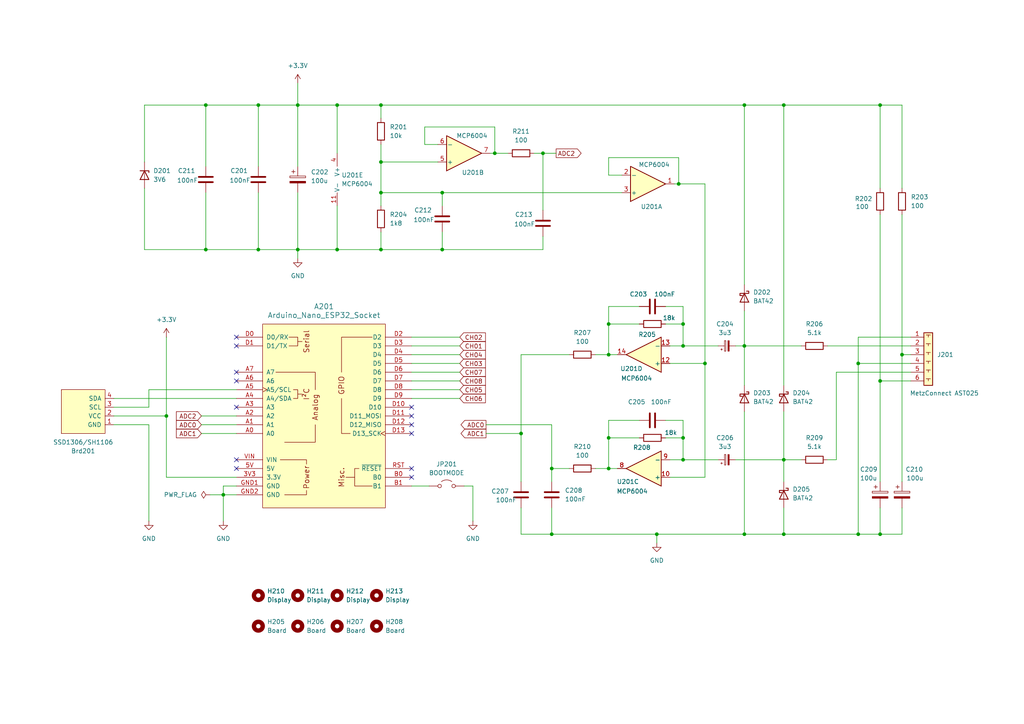
<source format=kicad_sch>
(kicad_sch (version 20250114) (generator "eeschema") (generator_version "9.0")
  (paper "A4")
  (title_block (title "ESP32+display+analogue inputs") (date "2025-12-09") (rev "1.1") (company "KHit6"))
  (lib_symbols
    (symbol "Amplifier_Operational:MCP6004" (pin_names (offset 0.127))
      (property "Reference" "U" (at 0 5.08 0))
      (property "Value" "MCP6004" (at 0 -5.08 0))
      (symbol "MCP6004_1_1"
        (polyline (pts (xy -5.08 5.08) (xy 5.08 0) (xy -5.08 -5.08) (xy -5.08 5.08)) (stroke (width 0.254)) (fill (type background)))
        (pin input line (at -7.62 2.54 0) (length 2.54) (name "+") (number "3"))
        (pin input line (at -7.62 -2.54 0) (length 2.54) (name "-") (number "2"))
        (pin output line (at 7.62 0 180) (length 2.54) (name "~") (number "1"))
      )
      (symbol "MCP6004_2_1"
        (polyline (pts (xy -5.08 5.08) (xy 5.08 0) (xy -5.08 -5.08) (xy -5.08 5.08)) (stroke (width 0.254)) (fill (type background)))
        (pin input line (at -7.62 2.54 0) (length 2.54) (name "+") (number "5"))
        (pin input line (at -7.62 -2.54 0) (length 2.54) (name "-") (number "6"))
        (pin output line (at 7.62 0 180) (length 2.54) (name "~") (number "7"))
      )
      (symbol "MCP6004_3_1"
        (polyline (pts (xy -5.08 5.08) (xy 5.08 0) (xy -5.08 -5.08) (xy -5.08 5.08)) (stroke (width 0.254)) (fill (type background)))
        (pin input line (at -7.62 2.54 0) (length 2.54) (name "+") (number "10"))
        (pin input line (at -7.62 -2.54 0) (length 2.54) (name "-") (number "9"))
        (pin output line (at 7.62 0 180) (length 2.54) (name "~") (number "8"))
      )
      (symbol "MCP6004_4_1"
        (polyline (pts (xy -5.08 5.08) (xy 5.08 0) (xy -5.08 -5.08) (xy -5.08 5.08)) (stroke (width 0.254)) (fill (type background)))
        (pin input line (at -7.62 2.54 0) (length 2.54) (name "+") (number "12"))
        (pin input line (at -7.62 -2.54 0) (length 2.54) (name "-") (number "13"))
        (pin output line (at 7.62 0 180) (length 2.54) (name "~") (number "14"))
      )
      (symbol "MCP6004_5_1"
        (pin power_in line (at -2.54 7.62 270) (length 3.81) (name "V+") (number "4"))
        (pin power_in line (at -2.54 -7.62 90) (length 3.81) (name "V-") (number "11"))
      )
    )
    (symbol "Device:C" (pin_numbers (hide yes)) (pin_names (offset 0.254))
      (property "Reference" "C" (at 0.635 2.54 0))
      (property "Value" "C" (at 0.635 -2.54 0))
      (symbol "C_0_1"
        (polyline (pts (xy -2.032 0.762) (xy 2.032 0.762)) (stroke (width 0.508)))
        (polyline (pts (xy -2.032 -0.762) (xy 2.032 -0.762)) (stroke (width 0.508)))
      )
      (symbol "C_1_1"
        (pin passive line (at 0 3.81 270) (length 2.794) (name "~") (number "1"))
        (pin passive line (at 0 -3.81 90) (length 2.794) (name "~") (number "2"))
      )
    )
    (symbol "Device:C_Polarized" (pin_numbers (hide yes)) (pin_names (offset 0.254))
      (property "Reference" "C" (at 0.635 2.54 0))
      (property "Value" "C_Polarized" (at 0.635 -2.54 0))
      (symbol "C_Polarized_0_1"
        (rectangle (start -2.286 0.508) (end 2.286 1.016))
        (polyline (pts (xy -1.778 2.286) (xy -0.762 2.286)))
        (polyline (pts (xy -1.27 2.794) (xy -1.27 1.778)))
        (rectangle (start 2.286 -0.508) (end -2.286 -1.016) (fill (type outline)))
      )
      (symbol "C_Polarized_1_1"
        (pin passive line (at 0 3.81 270) (length 2.794) (name "~") (number "1"))
        (pin passive line (at 0 -3.81 90) (length 2.794) (name "~") (number "2"))
      )
    )
    (symbol "Device:C_Polarized_Small" (pin_numbers (hide yes)) (pin_names (offset 0.254) (hide yes))
      (property "Reference" "C" (at 0.254 1.778 0))
      (property "Value" "C_Polarized_Small" (at 0.254 -2.032 0))
      (symbol "C_Polarized_Small_0_1"
        (rectangle (start -1.524 0.6858) (end 1.524 0.3048))
        (rectangle (start -1.524 -0.3048) (end 1.524 -0.6858) (fill (type outline)))
        (polyline (pts (xy -1.27 1.524) (xy -0.762 1.524)))
        (polyline (pts (xy -1.016 1.27) (xy -1.016 1.778)))
      )
      (symbol "C_Polarized_Small_1_1"
        (pin passive line (at 0 2.54 270) (length 1.8542) (name "~") (number "1"))
        (pin passive line (at 0 -2.54 90) (length 1.8542) (name "~") (number "2"))
      )
    )
    (symbol "Device:D_Zener" (pin_numbers (hide yes)) (pin_names (offset 1.016) (hide yes))
      (property "Reference" "D" (at 0 2.54 0))
      (property "Value" "D_Zener" (at 0 -2.54 0))
      (symbol "D_Zener_0_1"
        (polyline (pts (xy -1.27 -1.27) (xy -1.27 1.27) (xy -0.762 1.27)) (stroke (width 0.254)))
        (polyline (pts (xy 1.27 0) (xy -1.27 0)))
        (polyline (pts (xy 1.27 -1.27) (xy 1.27 1.27) (xy -1.27 0) (xy 1.27 -1.27)) (stroke (width 0.254)))
      )
      (symbol "D_Zener_1_1"
        (pin passive line (at -3.81 0 0) (length 2.54) (name "K") (number "1"))
        (pin passive line (at 3.81 0 180) (length 2.54) (name "A") (number "2"))
      )
    )
    (symbol "Device:R" (pin_numbers (hide yes)) (pin_names (offset 0))
      (property "Reference" "R" (at 2.032 0 90))
      (property "Value" "R" (at 0 0 90))
      (symbol "R_0_1"
        (rectangle (start -1.016 -2.54) (end 1.016 2.54) (stroke (width 0.254)))
      )
      (symbol "R_1_1"
        (pin passive line (at 0 3.81 270) (length 1.27) (name "~") (number "1"))
        (pin passive line (at 0 -3.81 90) (length 1.27) (name "~") (number "2"))
      )
    )
    (symbol "Diode:BAT42" (pin_numbers (hide yes)) (pin_names (offset 1.016) (hide yes))
      (property "Reference" "D" (at 0 2.54 0))
      (property "Value" "BAT42" (at 0 -2.54 0))
      (symbol "BAT42_0_1"
        (polyline (pts (xy -1.905 0.635) (xy -1.905 1.27) (xy -1.27 1.27) (xy -1.27 -1.27) (xy -0.635 -1.27) (xy -0.635 -0.635)) (stroke (width 0.254)))
        (polyline (pts (xy 1.27 1.27) (xy 1.27 -1.27) (xy -1.27 0) (xy 1.27 1.27)) (stroke (width 0.254)))
        (polyline (pts (xy 1.27 0) (xy -1.27 0)))
      )
      (symbol "BAT42_1_1"
        (pin passive line (at -3.81 0 0) (length 2.54) (name "K") (number "1"))
        (pin passive line (at 3.81 0 180) (length 2.54) (name "A") (number "2"))
      )
    )
    (symbol "Jumper:Jumper_2_Open" (pin_numbers (hide yes)) (pin_names (offset 0) (hide yes)) (exclude_from_sim yes)
      (property "Reference" "JP" (at 0 2.794 0))
      (property "Value" "Jumper_2_Open" (at 0 -2.286 0))
      (symbol "Jumper_2_Open_0_0"
        (circle (center -2.032 0) (radius 0.508))
        (circle (center 2.032 0) (radius 0.508))
      )
      (symbol "Jumper_2_Open_0_1"
        (arc (start -1.524 1.27) (mid 0 1.778) (end 1.524 1.27))
      )
      (symbol "Jumper_2_Open_1_1"
        (pin passive line (at -5.08 0 0) (length 2.54) (name "A") (number "1"))
        (pin passive line (at 5.08 0 180) (length 2.54) (name "B") (number "2"))
      )
    )
    (symbol "Mechanical:MountingHole" (pin_names (offset 1.016)) (exclude_from_sim yes) (in_bom no)
      (property "Reference" "H" (at 0 5.08 0))
      (property "Value" "MountingHole" (at 0 3.175 0))
      (symbol "MountingHole_0_1"
        (circle (center 0 0) (radius 1.27) (stroke (width 1.27)))
      )
    )
    (symbol "SSD1306-128x64_OLED:SSD1306" (pin_names (offset 1.016))
      (property "Reference" "Brd" (at 0 -3.81 0))
      (property "Value" "SSD1306" (at 0 -1.27 0))
      (symbol "SSD1306_0_1"
        (rectangle (start -6.35 6.35) (end 6.35 -6.35) (fill (type background)))
      )
      (symbol "SSD1306_1_1"
        (pin input line (at -3.81 8.89 270) (length 2.54) (name "GND") (number "1"))
        (pin input line (at -1.27 8.89 270) (length 2.54) (name "VCC") (number "2"))
        (pin input line (at 1.27 8.89 270) (length 2.54) (name "SCL") (number "3"))
        (pin input line (at 3.81 8.89 270) (length 2.54) (name "SDA") (number "4"))
      )
    )
    (symbol "arduino-library:Arduino_Nano_ESP32_Socket" (pin_names (offset 1.016))
      (property "Reference" "A" (at 0 33.02 0))
      (property "Value" "Arduino_Nano_ESP32_Socket" (at 0 29.21 0))
      (symbol "Arduino_Nano_ESP32_Socket_0_0"
        (rectangle (start -17.78 26.67) (end 17.78 -26.67) (fill (type background)))
        (polyline (pts (xy -11.43 -22.86) (xy -5.08 -22.86) (xy -5.08 -21.59)))
        (polyline (pts (xy -10.16 22.86) (xy -7.62 22.86) (xy -7.62 20.32) (xy -10.16 20.32)))
        (polyline (pts (xy -8.89 7.62) (xy -7.62 7.62) (xy -7.62 5.08) (xy -8.89 5.08)))
        (polyline (pts (xy -7.62 21.59) (xy -6.35 21.59)))
        (polyline (pts (xy -7.62 6.35) (xy -6.35 6.35)))
        (polyline (pts (xy -5.08 -13.97) (xy -5.08 -12.7) (xy -12.7 -12.7)))
        (polyline (pts (xy 8.89 -17.78) (xy 6.35 -17.78)))
        (text "Serial" (at -5.08 21.59 900) (effects (font (size 1.524 1.524))))
        (text "I²C" (at -5.08 6.35 900) (effects (font (size 1.524 1.524))))
        (text "Power" (at -5.08 -17.78 900) (effects (font (size 1.524 1.524))))
        (text "Analog" (at -2.54 2.54 900) (effects (font (size 1.524 1.524))))
        (text "Misc." (at 5.08 -17.78 900) (effects (font (size 1.524 1.524))))
      )
      (symbol "Arduino_Nano_ESP32_Socket_0_1"
        (polyline (pts (xy -13.97 12.7) (xy -2.54 12.7) (xy -2.54 7.62)))
        (polyline (pts (xy -11.43 -7.62) (xy -2.54 -7.62) (xy -2.54 -2.54)))
        (polyline (pts (xy 7.62 -5.08) (xy 5.08 -5.08) (xy 5.08 5.08)))
        (polyline (pts (xy 10.16 -15.24) (xy 8.89 -15.24) (xy 8.89 -20.32) (xy 13.97 -20.32)))
        (polyline (pts (xy 13.97 22.86) (xy 5.08 22.86) (xy 5.08 12.7)))
      )
      (symbol "Arduino_Nano_ESP32_Socket_1_0"
        (text "GPIO" (at 5.08 8.89 900) (effects (font (size 1.524 1.524))))
      )
      (symbol "Arduino_Nano_ESP32_Socket_1_1"
        (pin bidirectional line (at -25.4 22.86 0) (length 7.62) (name "D0/RX") (number "D0"))
        (pin bidirectional line (at -25.4 20.32 0) (length 7.62) (name "D1/TX") (number "D1"))
        (pin input line (at -25.4 12.7 0) (length 7.62) (name "A7") (number "A7"))
        (pin input line (at -25.4 10.16 0) (length 7.62) (name "A6") (number "A6"))
        (pin bidirectional clock (at -25.4 7.62 0) (length 7.62) (name "A5/SCL") (number "A5"))
        (pin bidirectional line (at -25.4 5.08 0) (length 7.62) (name "A4/SDA") (number "A4"))
        (pin bidirectional line (at -25.4 2.54 0) (length 7.62) (name "A3") (number "A3"))
        (pin bidirectional line (at -25.4 0 0) (length 7.62) (name "A2") (number "A2"))
        (pin bidirectional line (at -25.4 -2.54 0) (length 7.62) (name "A1") (number "A1"))
        (pin bidirectional line (at -25.4 -5.08 0) (length 7.62) (name "A0") (number "A0"))
        (pin power_in line (at -25.4 -12.7 0) (length 7.62) (name "VIN") (number "VIN"))
        (pin power_in line (at -25.4 -15.24 0) (length 7.62) (name "5V") (number "5V"))
        (pin power_out line (at -25.4 -17.78 0) (length 7.62) (name "3.3V") (number "3V3"))
        (pin power_in line (at -25.4 -20.32 0) (length 7.62) (name "GND") (number "GND1"))
        (pin power_in line (at -25.4 -22.86 0) (length 7.62) (name "GND") (number "GND2"))
        (pin bidirectional line (at 25.4 22.86 180) (length 7.62) (name "D2") (number "D2"))
        (pin bidirectional line (at 25.4 20.32 180) (length 7.62) (name "D3") (number "D3"))
        (pin bidirectional line (at 25.4 17.78 180) (length 7.62) (name "D4") (number "D4"))
        (pin bidirectional line (at 25.4 15.24 180) (length 7.62) (name "D5") (number "D5"))
        (pin bidirectional line (at 25.4 12.7 180) (length 7.62) (name "D6") (number "D6"))
        (pin bidirectional line (at 25.4 10.16 180) (length 7.62) (name "D7") (number "D7"))
        (pin bidirectional line (at 25.4 7.62 180) (length 7.62) (name "D8") (number "D8"))
        (pin bidirectional line (at 25.4 5.08 180) (length 7.62) (name "D9") (number "D9"))
        (pin bidirectional line (at 25.4 2.54 180) (length 7.62) (name "D10") (number "D10"))
        (pin bidirectional line (at 25.4 0 180) (length 7.62) (name "D11_MOSI") (number "D11"))
        (pin bidirectional line (at 25.4 -2.54 180) (length 7.62) (name "D12_MISO") (number "D12"))
        (pin bidirectional clock (at 25.4 -5.08 180) (length 7.62) (name "D13_SCK") (number "D13"))
        (pin open_collector line (at 25.4 -15.24 180) (length 7.62) (name "~{RESET}") (number "RST"))
        (pin bidirectional line (at 25.4 -17.78 180) (length 7.62) (name "B0") (number "B0"))
        (pin bidirectional line (at 25.4 -20.32 180) (length 7.62) (name "B1") (number "B1"))
      )
    )
    (symbol "clamp_terminal:Clamp_Terminal_01x06" (pin_names (offset 1.016) (hide yes))
      (property "Reference" "J" (at 0 7.62 0))
      (property "Value" "Clamp_Terminal_01x06" (at 0 -10.16 0))
      (symbol "Clamp_Terminal_01x06_0_1"
        (polyline (pts (xy -0.635 5.715) (xy 0.635 5.715)))
        (polyline (pts (xy -0.635 3.175) (xy 0.635 3.175)))
        (polyline (pts (xy -0.635 0.635) (xy 0.635 0.635)))
        (polyline (pts (xy -0.635 -1.905) (xy 0.635 -1.905)))
        (polyline (pts (xy -0.635 -4.445) (xy 0.635 -4.445)))
        (polyline (pts (xy -0.635 -6.985) (xy 0.635 -6.985)))
        (polyline (pts (xy 0 5.715) (xy 0 5.08)))
        (polyline (pts (xy 0 3.175) (xy 0 2.54)))
        (polyline (pts (xy 0 0.635) (xy 0 0)))
        (polyline (pts (xy 0 -1.905) (xy 0 -2.54)))
        (polyline (pts (xy 0 -4.445) (xy 0 -5.08)))
        (polyline (pts (xy 0 -6.985) (xy 0 -7.62)))
      )
      (symbol "Clamp_Terminal_01x06_1_1"
        (rectangle (start -1.27 6.35) (end 1.27 -8.89) (stroke (width 0.254)) (fill (type background)))
        (pin passive line (at -5.08 5.08 0) (length 3.81) (name "Pin_1") (number "1"))
        (pin passive line (at -5.08 2.54 0) (length 3.81) (name "Pin_2") (number "2"))
        (pin passive line (at -5.08 0 0) (length 3.81) (name "Pin_3") (number "3"))
        (pin passive line (at -5.08 -2.54 0) (length 3.81) (name "Pin_4") (number "4"))
        (pin passive line (at -5.08 -5.08 0) (length 3.81) (name "Pin_5") (number "5"))
        (pin passive line (at -5.08 -7.62 0) (length 3.81) (name "Pin_6") (number "6"))
      )
    )
    (symbol "power:+3.3V" (power) (pin_numbers (hide yes)) (pin_names (offset 0) (hide yes))
      (property "Value" "+3.3V" (at 0 3.556 0))
      (symbol "+3.3V_0_1"
        (polyline (pts (xy -0.762 1.27) (xy 0 2.54)))
        (polyline (pts (xy 0 2.54) (xy 0.762 1.27)))
        (polyline (pts (xy 0 0) (xy 0 2.54)))
      )
      (symbol "+3.3V_1_1"
        (pin power_in line (at 0 0 90) (length 0) (name "~") (number "1"))
      )
    )
    (symbol "power:GND" (power) (pin_numbers (hide yes)) (pin_names (offset 0) (hide yes))
      (property "Value" "GND" (at 0 -3.81 0))
      (symbol "GND_0_1"
        (polyline (pts (xy 0 0) (xy 0 -1.27) (xy 1.27 -1.27) (xy 0 -2.54) (xy -1.27 -1.27) (xy 0 -1.27)))
      )
      (symbol "GND_1_1"
        (pin power_in line (at 0 0 270) (length 0) (name "~") (number "1"))
      )
    )
    (symbol "power:PWR_FLAG" (power) (pin_numbers (hide yes)) (pin_names (offset 0) (hide yes))
      (property "Value" "PWR_FLAG" (at 0 3.81 0))
      (symbol "PWR_FLAG_0_0"
        (pin power_out line (at 0 0 90) (length 0) (name "~") (number "1"))
      )
      (symbol "PWR_FLAG_0_1"
        (polyline (pts (xy 0 0) (xy 0 1.27) (xy -1.016 1.905) (xy 0 2.54) (xy 1.016 1.905) (xy 0 1.27)))
      )
    )
  )
  (junction (at 128.27 72.39))
  (junction (at 190.5 154.94))
  (junction (at 227.33 133.35))
  (junction (at 64.77 143.51))
  (junction (at 198.12 93.98))
  (junction (at 110.49 72.39))
  (junction (at 59.69 30.48))
  (junction (at 97.79 30.48))
  (junction (at 248.92 154.94))
  (junction (at 74.93 72.39))
  (junction (at 143.51 44.45))
  (junction (at 248.92 105.41))
  (junction (at 128.27 55.88))
  (junction (at 227.33 154.94))
  (junction (at 204.47 105.41))
  (junction (at 215.9 154.94))
  (junction (at 86.36 30.48))
  (junction (at 86.36 72.39))
  (junction (at 215.9 30.48))
  (junction (at 74.93 30.48))
  (junction (at 227.33 30.48))
  (junction (at 255.27 110.49))
  (junction (at 157.48 44.45))
  (junction (at 110.49 55.88))
  (junction (at 176.53 93.98))
  (junction (at 110.49 46.99))
  (junction (at 160.02 154.94))
  (junction (at 160.02 135.89))
  (junction (at 198.12 100.33))
  (junction (at 176.53 127))
  (junction (at 198.12 133.35))
  (junction (at 261.62 102.87))
  (junction (at 59.69 72.39))
  (junction (at 48.26 120.65))
  (junction (at 97.79 72.39))
  (junction (at 198.12 127))
  (junction (at 151.13 125.73))
  (junction (at 255.27 154.94))
  (junction (at 176.53 102.87))
  (junction (at 110.49 30.48))
  (junction (at 255.27 30.48))
  (junction (at 215.9 100.33))
  (junction (at 176.53 135.89))
  (junction (at 196.85 53.34))
  (no_connect (at 68.58 107.95))
  (no_connect (at 119.38 120.65))
  (no_connect (at 68.58 110.49))
  (no_connect (at 68.58 135.89))
  (no_connect (at 119.38 125.73))
  (no_connect (at 68.58 97.79))
  (no_connect (at 68.58 133.35))
  (no_connect (at 119.38 118.11))
  (no_connect (at 119.38 135.89))
  (no_connect (at 68.58 118.11))
  (no_connect (at 119.38 138.43))
  (no_connect (at 68.58 100.33))
  (no_connect (at 119.38 123.19))
  (wire (pts (xy 215.9 30.48) (xy 215.9 82.55)))
  (wire (pts (xy 68.58 113.03) (xy 43.18 113.03)))
  (wire (pts (xy 160.02 135.89) (xy 165.1 135.89)))
  (wire (pts (xy 227.33 119.38) (xy 227.33 133.35)))
  (wire (pts (xy 123.19 41.91) (xy 123.19 36.83)))
  (wire (pts (xy 176.53 50.8) (xy 176.53 45.72)))
  (wire (pts (xy 185.42 121.92) (xy 176.53 121.92)))
  (wire (pts (xy 213.36 100.33) (xy 215.9 100.33)))
  (wire (pts (xy 215.9 90.17) (xy 215.9 100.33)))
  (wire (pts (xy 140.97 125.73) (xy 151.13 125.73)))
  (wire (pts (xy 86.36 30.48) (xy 86.36 48.26)))
  (wire (pts (xy 123.19 36.83) (xy 143.51 36.83)))
  (wire (pts (xy 97.79 59.69) (xy 97.79 72.39)))
  (wire (pts (xy 41.91 30.48) (xy 59.69 30.48)))
  (wire (pts (xy 185.42 127) (xy 176.53 127)))
  (wire (pts (xy 151.13 147.32) (xy 151.13 154.94)))
  (wire (pts (xy 110.49 55.88) (xy 110.49 59.69)))
  (wire (pts (xy 43.18 113.03) (xy 43.18 118.11)))
  (wire (pts (xy 43.18 118.11) (xy 33.02 118.11)))
  (wire (pts (xy 160.02 135.89) (xy 160.02 123.19)))
  (wire (pts (xy 176.53 102.87) (xy 179.07 102.87)))
  (wire (pts (xy 227.33 30.48) (xy 255.27 30.48)))
  (wire (pts (xy 198.12 93.98) (xy 198.12 100.33)))
  (wire (pts (xy 119.38 115.57) (xy 133.35 115.57)))
  (wire (pts (xy 86.36 72.39) (xy 97.79 72.39)))
  (wire (pts (xy 59.69 72.39) (xy 74.93 72.39)))
  (wire (pts (xy 157.48 72.39) (xy 128.27 72.39)))
  (wire (pts (xy 119.38 97.79) (xy 133.35 97.79)))
  (wire (pts (xy 151.13 102.87) (xy 151.13 125.73)))
  (wire (pts (xy 68.58 140.97) (xy 64.77 140.97)))
  (wire (pts (xy 227.33 133.35) (xy 227.33 139.7)))
  (wire (pts (xy 172.72 102.87) (xy 176.53 102.87)))
  (wire (pts (xy 74.93 30.48) (xy 86.36 30.48)))
  (wire (pts (xy 143.51 44.45) (xy 142.24 44.45)))
  (wire (pts (xy 119.38 140.97) (xy 124.46 140.97)))
  (wire (pts (xy 33.02 120.65) (xy 48.26 120.65)))
  (wire (pts (xy 194.31 138.43) (xy 204.47 138.43)))
  (wire (pts (xy 33.02 123.19) (xy 43.18 123.19)))
  (wire (pts (xy 119.38 113.03) (xy 133.35 113.03)))
  (wire (pts (xy 176.53 93.98) (xy 176.53 102.87)))
  (wire (pts (xy 128.27 55.88) (xy 180.34 55.88)))
  (wire (pts (xy 193.04 93.98) (xy 198.12 93.98)))
  (wire (pts (xy 193.04 121.92) (xy 198.12 121.92)))
  (wire (pts (xy 215.9 154.94) (xy 227.33 154.94)))
  (wire (pts (xy 134.62 140.97) (xy 137.16 140.97)))
  (wire (pts (xy 86.36 55.88) (xy 86.36 72.39)))
  (wire (pts (xy 86.36 72.39) (xy 86.36 74.93)))
  (wire (pts (xy 215.9 119.38) (xy 215.9 154.94)))
  (wire (pts (xy 204.47 105.41) (xy 204.47 138.43)))
  (wire (pts (xy 127 41.91) (xy 123.19 41.91)))
  (wire (pts (xy 160.02 139.7) (xy 160.02 135.89)))
  (wire (pts (xy 33.02 115.57) (xy 68.58 115.57)))
  (wire (pts (xy 128.27 55.88) (xy 128.27 59.69)))
  (wire (pts (xy 194.31 105.41) (xy 204.47 105.41)))
  (wire (pts (xy 255.27 54.61) (xy 255.27 30.48)))
  (wire (pts (xy 41.91 54.61) (xy 41.91 72.39)))
  (wire (pts (xy 151.13 102.87) (xy 165.1 102.87)))
  (wire (pts (xy 213.36 133.35) (xy 227.33 133.35)))
  (wire (pts (xy 143.51 44.45) (xy 147.32 44.45)))
  (wire (pts (xy 48.26 138.43) (xy 68.58 138.43)))
  (wire (pts (xy 74.93 72.39) (xy 86.36 72.39)))
  (wire (pts (xy 194.31 133.35) (xy 198.12 133.35)))
  (wire (pts (xy 255.27 139.7) (xy 255.27 110.49)))
  (wire (pts (xy 198.12 133.35) (xy 208.28 133.35)))
  (wire (pts (xy 86.36 30.48) (xy 86.36 24.13)))
  (wire (pts (xy 194.31 100.33) (xy 198.12 100.33)))
  (wire (pts (xy 172.72 135.89) (xy 176.53 135.89)))
  (wire (pts (xy 261.62 62.23) (xy 261.62 102.87)))
  (wire (pts (xy 59.69 30.48) (xy 59.69 48.26)))
  (wire (pts (xy 119.38 105.41) (xy 133.35 105.41)))
  (wire (pts (xy 128.27 72.39) (xy 110.49 72.39)))
  (wire (pts (xy 176.53 127) (xy 176.53 135.89)))
  (wire (pts (xy 215.9 100.33) (xy 215.9 111.76)))
  (wire (pts (xy 74.93 30.48) (xy 74.93 48.26)))
  (wire (pts (xy 41.91 46.99) (xy 41.91 30.48)))
  (wire (pts (xy 97.79 72.39) (xy 110.49 72.39)))
  (wire (pts (xy 110.49 30.48) (xy 110.49 34.29)))
  (wire (pts (xy 160.02 147.32) (xy 160.02 154.94)))
  (wire (pts (xy 190.5 154.94) (xy 215.9 154.94)))
  (wire (pts (xy 41.91 72.39) (xy 59.69 72.39)))
  (wire (pts (xy 110.49 30.48) (xy 215.9 30.48)))
  (wire (pts (xy 64.77 140.97) (xy 64.77 143.51)))
  (wire (pts (xy 261.62 102.87) (xy 264.16 102.87)))
  (wire (pts (xy 58.42 125.73) (xy 68.58 125.73)))
  (wire (pts (xy 119.38 100.33) (xy 133.35 100.33)))
  (wire (pts (xy 97.79 30.48) (xy 97.79 44.45)))
  (wire (pts (xy 151.13 154.94) (xy 160.02 154.94)))
  (wire (pts (xy 60.96 143.51) (xy 64.77 143.51)))
  (wire (pts (xy 128.27 67.31) (xy 128.27 72.39)))
  (wire (pts (xy 196.85 53.34) (xy 204.47 53.34)))
  (wire (pts (xy 68.58 143.51) (xy 64.77 143.51)))
  (wire (pts (xy 48.26 97.79) (xy 48.26 120.65)))
  (wire (pts (xy 58.42 123.19) (xy 68.58 123.19)))
  (wire (pts (xy 227.33 133.35) (xy 232.41 133.35)))
  (wire (pts (xy 157.48 44.45) (xy 161.29 44.45)))
  (wire (pts (xy 255.27 62.23) (xy 255.27 110.49)))
  (wire (pts (xy 240.03 100.33) (xy 264.16 100.33)))
  (wire (pts (xy 242.57 107.95) (xy 264.16 107.95)))
  (wire (pts (xy 137.16 140.97) (xy 137.16 151.13)))
  (wire (pts (xy 193.04 88.9) (xy 198.12 88.9)))
  (wire (pts (xy 215.9 100.33) (xy 232.41 100.33)))
  (wire (pts (xy 198.12 100.33) (xy 208.28 100.33)))
  (wire (pts (xy 185.42 88.9) (xy 176.53 88.9)))
  (wire (pts (xy 176.53 135.89) (xy 179.07 135.89)))
  (wire (pts (xy 157.48 68.58) (xy 157.48 72.39)))
  (wire (pts (xy 196.85 45.72) (xy 196.85 53.34)))
  (wire (pts (xy 248.92 97.79) (xy 264.16 97.79)))
  (wire (pts (xy 248.92 97.79) (xy 248.92 105.41)))
  (wire (pts (xy 248.92 154.94) (xy 255.27 154.94)))
  (wire (pts (xy 190.5 154.94) (xy 190.5 157.48)))
  (wire (pts (xy 176.53 121.92) (xy 176.53 127)))
  (wire (pts (xy 227.33 154.94) (xy 248.92 154.94)))
  (wire (pts (xy 240.03 133.35) (xy 242.57 133.35)))
  (wire (pts (xy 198.12 121.92) (xy 198.12 127)))
  (wire (pts (xy 204.47 53.34) (xy 204.47 105.41)))
  (wire (pts (xy 261.62 54.61) (xy 261.62 30.48)))
  (wire (pts (xy 110.49 46.99) (xy 127 46.99)))
  (wire (pts (xy 154.94 44.45) (xy 157.48 44.45)))
  (wire (pts (xy 143.51 36.83) (xy 143.51 44.45)))
  (wire (pts (xy 261.62 147.32) (xy 261.62 154.94)))
  (wire (pts (xy 157.48 44.45) (xy 157.48 60.96)))
  (wire (pts (xy 227.33 30.48) (xy 227.33 111.76)))
  (wire (pts (xy 58.42 120.65) (xy 68.58 120.65)))
  (wire (pts (xy 248.92 105.41) (xy 264.16 105.41)))
  (wire (pts (xy 176.53 88.9) (xy 176.53 93.98)))
  (wire (pts (xy 43.18 123.19) (xy 43.18 151.13)))
  (wire (pts (xy 160.02 154.94) (xy 190.5 154.94)))
  (wire (pts (xy 140.97 123.19) (xy 160.02 123.19)))
  (wire (pts (xy 119.38 107.95) (xy 133.35 107.95)))
  (wire (pts (xy 119.38 102.87) (xy 133.35 102.87)))
  (wire (pts (xy 255.27 147.32) (xy 255.27 154.94)))
  (wire (pts (xy 110.49 67.31) (xy 110.49 72.39)))
  (wire (pts (xy 255.27 110.49) (xy 264.16 110.49)))
  (wire (pts (xy 151.13 125.73) (xy 151.13 139.7)))
  (wire (pts (xy 86.36 30.48) (xy 97.79 30.48)))
  (wire (pts (xy 110.49 55.88) (xy 128.27 55.88)))
  (wire (pts (xy 261.62 102.87) (xy 261.62 139.7)))
  (wire (pts (xy 59.69 30.48) (xy 74.93 30.48)))
  (wire (pts (xy 185.42 93.98) (xy 176.53 93.98)))
  (wire (pts (xy 176.53 45.72) (xy 196.85 45.72)))
  (wire (pts (xy 195.58 53.34) (xy 196.85 53.34)))
  (wire (pts (xy 110.49 46.99) (xy 110.49 55.88)))
  (wire (pts (xy 261.62 154.94) (xy 255.27 154.94)))
  (wire (pts (xy 198.12 88.9) (xy 198.12 93.98)))
  (wire (pts (xy 59.69 55.88) (xy 59.69 72.39)))
  (wire (pts (xy 215.9 30.48) (xy 227.33 30.48)))
  (wire (pts (xy 198.12 127) (xy 198.12 133.35)))
  (wire (pts (xy 64.77 143.51) (xy 64.77 151.13)))
  (wire (pts (xy 97.79 30.48) (xy 110.49 30.48)))
  (wire (pts (xy 248.92 105.41) (xy 248.92 154.94)))
  (wire (pts (xy 119.38 110.49) (xy 133.35 110.49)))
  (wire (pts (xy 261.62 30.48) (xy 255.27 30.48)))
  (wire (pts (xy 110.49 41.91) (xy 110.49 46.99)))
  (wire (pts (xy 74.93 55.88) (xy 74.93 72.39)))
  (wire (pts (xy 227.33 147.32) (xy 227.33 154.94)))
  (wire (pts (xy 193.04 127) (xy 198.12 127)))
  (wire (pts (xy 180.34 50.8) (xy 176.53 50.8)))
  (wire (pts (xy 242.57 133.35) (xy 242.57 107.95)))
  (wire (pts (xy 48.26 120.65) (xy 48.26 138.43)))
  (global_label "CH05" (shape input) (at 133.35 113.03 0) (property "Intersheetrefs" "${INTERSHEET_REFS}" (effects (hide yes))))
  (global_label "ADC0" (shape input) (at 58.42 123.19 180) (property "Intersheetrefs" "${INTERSHEET_REFS}" (effects (hide yes))))
  (global_label "CH03" (shape input) (at 133.35 105.41 0) (property "Intersheetrefs" "${INTERSHEET_REFS}" (effects (hide yes))))
  (global_label "ADC0" (shape output) (at 140.97 123.19 180) (property "Intersheetrefs" "${INTERSHEET_REFS}" (effects (hide yes))))
  (global_label "ADC2" (shape input) (at 58.42 120.65 180) (property "Intersheetrefs" "${INTERSHEET_REFS}" (effects (hide yes))))
  (global_label "CH01" (shape input) (at 133.35 100.33 0) (property "Intersheetrefs" "${INTERSHEET_REFS}" (effects (hide yes))))
  (global_label "CH04" (shape input) (at 133.35 102.87 0) (property "Intersheetrefs" "${INTERSHEET_REFS}" (effects (hide yes))))
  (global_label "CH08" (shape input) (at 133.35 110.49 0) (property "Intersheetrefs" "${INTERSHEET_REFS}" (effects (hide yes))))
  (global_label "ADC1" (shape output) (at 140.97 125.73 180) (property "Intersheetrefs" "${INTERSHEET_REFS}" (effects (hide yes))))
  (global_label "ADC1" (shape input) (at 58.42 125.73 180) (property "Intersheetrefs" "${INTERSHEET_REFS}" (effects (hide yes))))
  (global_label "CH07" (shape input) (at 133.35 107.95 0) (property "Intersheetrefs" "${INTERSHEET_REFS}" (effects (hide yes))))
  (global_label "ADC2" (shape output) (at 161.29 44.45 0) (property "Intersheetrefs" "${INTERSHEET_REFS}" (effects (hide yes))))
  (global_label "CH06" (shape input) (at 133.35 115.57 0) (property "Intersheetrefs" "${INTERSHEET_REFS}" (effects (hide yes))))
  (global_label "CH02" (shape input) (at 133.35 97.79 0) (property "Intersheetrefs" "${INTERSHEET_REFS}" (effects (hide yes))))
  (symbol (lib_id "Mechanical:MountingHole") (at 74.93 172.72 0) (unit 1) (exclude_from_sim yes) (in_bom no)
    (property "Reference" "H210" (at 77.47 171.4499 0) (effects (justify left)))
    (property "Value" "Display" (at 77.47 173.9899 0) (effects (justify left)))
    (property "Footprint" "MountingHole:MountingHole_2.2mm_M2_DIN965_Pad_TopBottom" (effects (hide yes)))
    (property "Description" "Mounting Hole without connection" (effects (hide yes)))
  )
  (symbol (lib_id "Mechanical:MountingHole") (at 109.22 181.61 0) (unit 1) (exclude_from_sim yes) (in_bom no)
    (property "Reference" "H208" (at 111.76 180.3399 0) (effects (justify left)))
    (property "Value" "Board" (at 111.76 182.8799 0) (effects (justify left)))
    (property "Footprint" "MountingHole:MountingHole_3.2mm_M3_DIN965_Pad_TopBottom" (effects (hide yes)))
    (property "Description" "Mounting Hole without connection" (effects (hide yes)))
  )
  (symbol (lib_id "Device:C_Polarized") (at 86.36 52.07 0) (unit 1)
    (property "Reference" "C202" (at 90.17 49.9109 0) (effects (justify left)))
    (property "Value" "100u" (at 90.17 52.4509 0) (effects (justify left)))
    (property "Footprint" "Capacitor_THT:CP_Radial_D6.3mm_P2.50mm" (effects (hide yes)))
    (property "Description" "Polarized capacitor" (effects (hide yes)))
  )
  (symbol (lib_id "Device:R") (at 189.23 93.98 90) (unit 1)
    (property "Reference" "R205" (at 187.706 97.028 90))
    (property "Value" "18k" (at 194.056 92.202 90))
    (property "Footprint" "Resistor_THT:R_Axial_DIN0204_L3.6mm_D1.6mm_P7.62mm_Horizontal" (effects (hide yes)))
    (property "Description" "Resistor" (effects (hide yes)))
  )
  (symbol (lib_id "Device:C") (at 189.23 121.92 90) (unit 1)
    (property "Reference" "C205" (at 184.658 116.586 90))
    (property "Value" "100nF" (at 191.77 116.586 90))
    (property "Footprint" "Capacitor_THT:C_Rect_L4.6mm_W3.0mm_P2.50mm_MKS02_FKP02" (effects (hide yes)))
    (property "Description" "Unpolarized capacitor" (effects (hide yes)))
  )
  (symbol (lib_id "Device:R") (at 110.49 38.1 0) (unit 1)
    (property "Reference" "R201" (at 113.03 36.8299 0) (effects (justify left)))
    (property "Value" "10k" (at 113.03 39.3699 0) (effects (justify left)))
    (property "Footprint" "Resistor_THT:R_Axial_DIN0204_L3.6mm_D1.6mm_P7.62mm_Horizontal" (effects (hide yes)))
    (property "Description" "Resistor" (effects (hide yes)))
  )
  (symbol (lib_id "power:+3.3V") (at 86.36 24.13 0) (unit 1)
    (property "Reference" "#PWR0201" (effects (hide yes)))
    (property "Value" "+3.3V" (at 86.36 19.05 0))
    (property "Description" "Power symbol creates a global label with name \"+3.3V\"" (effects (hide yes)))
  )
  (symbol (lib_id "Amplifier_Operational:MCP6004") (at 187.96 53.34 0) (mirror x) (unit 1)
    (property "Reference" "U201" (at 188.976 59.944 0))
    (property "Value" "MCP6004" (at 189.738 47.752 0))
    (property "Footprint" "Package_DIP:DIP-14_W7.62mm" (effects (hide yes)))
    (property "Datasheet" "http://ww1.microchip.com/downloads/en/DeviceDoc/21733j.pdf" (effects (hide yes)))
    (property "Description" "1MHz, Low-Power Op Amp, DIP-14/SOIC-14/TSSOP-14" (effects (hide yes)))
  )
  (symbol (lib_id "Device:C_Polarized_Small") (at 210.82 133.35 90) (unit 1)
    (property "Reference" "C206" (at 210.2739 127 90))
    (property "Value" "3u3" (at 210.2739 129.54 90))
    (property "Footprint" "Capacitor_THT:CP_Radial_Tantal_D4.5mm_P2.50mm" (effects (hide yes)))
    (property "Description" "Polarized capacitor, small symbol" (effects (hide yes)))
  )
  (symbol (lib_id "Device:R") (at 110.49 63.5 0) (unit 1)
    (property "Reference" "R204" (at 113.03 62.2299 0) (effects (justify left)))
    (property "Value" "1k8" (at 113.03 64.7699 0) (effects (justify left)))
    (property "Footprint" "Resistor_THT:R_Axial_DIN0204_L3.6mm_D1.6mm_P7.62mm_Horizontal" (effects (hide yes)))
    (property "Description" "Resistor" (effects (hide yes)))
  )
  (symbol (lib_id "Diode:BAT42") (at 227.33 143.51 270) (unit 1)
    (property "Reference" "D205" (at 229.87 141.9224 90) (effects (justify left)))
    (property "Value" "BAT42" (at 229.87 144.4624 90) (effects (justify left)))
    (property "Footprint" "Diode_THT:D_DO-35_SOD27_P7.62mm_Horizontal" (effects (hide yes)))
    (property "Datasheet" "http://www.vishay.com/docs/85660/bat42.pdf" (effects (hide yes)))
    (property "Description" "30V 0.2A Small Signal Schottky Diode, DO-35" (effects (hide yes)))
  )
  (symbol (lib_id "power:GND") (at 43.18 151.13 0) (mirror y) (unit 1)
    (property "Reference" "#PWR0204" (effects (hide yes)))
    (property "Value" "GND" (at 43.18 156.21 0))
    (property "Description" "Power symbol creates a global label with name \"GND\" , ground" (effects (hide yes)))
  )
  (symbol (lib_id "power:+3.3V") (at 48.26 97.79 0) (unit 1)
    (property "Reference" "#PWR0203" (effects (hide yes)))
    (property "Value" "+3.3V" (at 48.26 92.71 0))
    (property "Description" "Power symbol creates a global label with name \"+3.3V\"" (effects (hide yes)))
  )
  (symbol (lib_id "Device:C") (at 151.13 143.51 0) (unit 1)
    (property "Reference" "C207" (at 142.494 142.494 0) (effects (justify left)))
    (property "Value" "100nF" (at 143.764 145.034 0) (effects (justify left)))
    (property "Footprint" "Capacitor_THT:C_Rect_L4.6mm_W3.8mm_P2.50mm_MKS02_FKP02" (effects (hide yes)))
    (property "Description" "Unpolarized capacitor" (effects (hide yes)))
  )
  (symbol (lib_id "Device:C_Polarized") (at 261.62 143.51 0) (unit 1)
    (property "Reference" "C210" (at 262.636 136.144 0) (effects (justify left)))
    (property "Value" "100u" (at 262.89 138.684 0) (effects (justify left)))
    (property "Footprint" "Capacitor_THT:CP_Radial_D6.3mm_P2.50mm" (effects (hide yes)))
    (property "Description" "Polarized capacitor" (effects (hide yes)))
  )
  (symbol (lib_id "arduino-library:Arduino_Nano_ESP32_Socket") (at 93.98 120.65 0) (unit 1)
    (property "Reference" "A201" (at 93.98 88.9 0) (effects (font (size 1.524 1.524))))
    (property "Value" "Arduino_Nano_ESP32_Socket" (at 93.98 91.44 0) (effects (font (size 1.524 1.524))))
    (property "Footprint" "arduino-library:Arduino_Nano_ESP32_Socket" (effects (hide yes)))
    (property "Datasheet" "https://docs.arduino.cc/hardware/nano-esp32" (effects (hide yes)))
    (property "Description" "Socket for Arduino Nano ESP32" (effects (hide yes)))
  )
  (symbol (lib_id "Amplifier_Operational:MCP6004") (at 134.62 44.45 0) (mirror x) (unit 2)
    (property "Reference" "U201" (at 137.16 50.038 0))
    (property "Value" "MCP6004" (at 136.906 39.37 0))
    (property "Footprint" "Package_DIP:DIP-14_W7.62mm" (effects (hide yes)))
    (property "Datasheet" "http://ww1.microchip.com/downloads/en/DeviceDoc/21733j.pdf" (effects (hide yes)))
    (property "Description" "1MHz, Low-Power Op Amp, DIP-14/SOIC-14/TSSOP-14" (effects (hide yes)))
  )
  (symbol (lib_id "power:GND") (at 190.5 157.48 0) (mirror y) (unit 1)
    (property "Reference" "#PWR0206" (effects (hide yes)))
    (property "Value" "GND" (at 190.5 162.56 0))
    (property "Description" "Power symbol creates a global label with name \"GND\" , ground" (effects (hide yes)))
  )
  (symbol (lib_id "Amplifier_Operational:MCP6004") (at 186.69 102.87 180) (unit 4)
    (property "Reference" "U201" (at 183.134 106.934 0))
    (property "Value" "MCP6004" (at 184.658 109.728 0))
    (property "Footprint" "Package_DIP:DIP-14_W7.62mm" (effects (hide yes)))
    (property "Datasheet" "http://ww1.microchip.com/downloads/en/DeviceDoc/21733j.pdf" (effects (hide yes)))
    (property "Description" "1MHz, Low-Power Op Amp, DIP-14/SOIC-14/TSSOP-14" (effects (hide yes)))
  )
  (symbol (lib_id "Device:R") (at 261.62 58.42 0) (unit 1)
    (property "Reference" "R203" (at 264.16 57.1499 0) (effects (justify left)))
    (property "Value" "100" (at 264.16 59.6899 0) (effects (justify left)))
    (property "Footprint" "Resistor_THT:R_Axial_DIN0204_L3.6mm_D1.6mm_P7.62mm_Horizontal" (effects (hide yes)))
    (property "Description" "Resistor" (effects (hide yes)))
  )
  (symbol (lib_id "Mechanical:MountingHole") (at 86.36 172.72 0) (unit 1) (exclude_from_sim yes) (in_bom no)
    (property "Reference" "H211" (at 88.9 171.4499 0) (effects (justify left)))
    (property "Value" "Display" (at 88.9 173.9899 0) (effects (justify left)))
    (property "Footprint" "MountingHole:MountingHole_2.2mm_M2_DIN965_Pad_TopBottom" (effects (hide yes)))
    (property "Description" "Mounting Hole without connection" (effects (hide yes)))
  )
  (symbol (lib_id "Diode:BAT42") (at 227.33 115.57 270) (unit 1)
    (property "Reference" "D204" (at 229.87 113.9824 90) (effects (justify left)))
    (property "Value" "BAT42" (at 229.87 116.5224 90) (effects (justify left)))
    (property "Footprint" "Diode_THT:D_DO-35_SOD27_P7.62mm_Horizontal" (effects (hide yes)))
    (property "Datasheet" "http://www.vishay.com/docs/85660/bat42.pdf" (effects (hide yes)))
    (property "Description" "30V 0.2A Small Signal Schottky Diode, DO-35" (effects (hide yes)))
  )
  (symbol (lib_id "Device:R") (at 236.22 100.33 90) (unit 1)
    (property "Reference" "R206" (at 236.22 93.98 90))
    (property "Value" "5.1k" (at 236.22 96.52 90))
    (property "Footprint" "Resistor_THT:R_Axial_DIN0204_L3.6mm_D1.6mm_P7.62mm_Horizontal" (effects (hide yes)))
    (property "Description" "Resistor" (effects (hide yes)))
  )
  (symbol (lib_id "power:GND") (at 86.36 74.93 0) (mirror y) (unit 1)
    (property "Reference" "#PWR0202" (effects (hide yes)))
    (property "Value" "GND" (at 86.36 80.01 0))
    (property "Description" "Power symbol creates a global label with name \"GND\" , ground" (effects (hide yes)))
  )
  (symbol (lib_id "power:GND") (at 64.77 151.13 0) (mirror y) (unit 1)
    (property "Reference" "#PWR0205" (effects (hide yes)))
    (property "Value" "GND" (at 64.77 156.21 0))
    (property "Description" "Power symbol creates a global label with name \"GND\" , ground" (effects (hide yes)))
  )
  (symbol (lib_id "Device:R") (at 236.22 133.35 90) (unit 1)
    (property "Reference" "R209" (at 236.22 127 90))
    (property "Value" "5.1k" (at 236.22 129.54 90))
    (property "Footprint" "Resistor_THT:R_Axial_DIN0204_L3.6mm_D1.6mm_P7.62mm_Horizontal" (effects (hide yes)))
    (property "Description" "Resistor" (effects (hide yes)))
  )
  (symbol (lib_id "Device:C") (at 157.48 64.77 0) (unit 1)
    (property "Reference" "C213" (at 149.352 62.23 0) (effects (justify left)))
    (property "Value" "100nF" (at 149.098 65.024 0) (effects (justify left)))
    (property "Footprint" "Capacitor_THT:C_Rect_L4.6mm_W3.8mm_P2.50mm_MKS02_FKP02" (effects (hide yes)))
    (property "Description" "Unpolarized capacitor" (effects (hide yes)))
  )
  (symbol (lib_id "SSD1306-128x64_OLED:SSD1306") (at 24.13 119.38 270) (mirror x) (unit 1)
    (property "Reference" "Brd201" (at 24.13 130.81 90))
    (property "Value" "SSD1306/SH1106" (at 24.13 128.27 90))
    (property "Footprint" "Connector_PinHeader_2.54mm:PinHeader_1x04_P2.54mm_Vertical" (effects (hide yes)))
  )
  (symbol (lib_id "Device:C_Polarized_Small") (at 210.82 100.33 90) (unit 1)
    (property "Reference" "C204" (at 210.2739 93.98 90))
    (property "Value" "3u3" (at 210.2739 96.52 90))
    (property "Footprint" "Capacitor_THT:CP_Radial_Tantal_D4.5mm_P2.50mm" (effects (hide yes)))
    (property "Description" "Polarized capacitor, small symbol" (effects (hide yes)))
  )
  (symbol (lib_id "Device:C") (at 128.27 63.5 0) (unit 1)
    (property "Reference" "C212" (at 120.142 60.96 0) (effects (justify left)))
    (property "Value" "100nF" (at 119.888 63.754 0) (effects (justify left)))
    (property "Footprint" "Capacitor_THT:C_Rect_L4.6mm_W3.8mm_P2.50mm_MKS02_FKP02" (effects (hide yes)))
    (property "Description" "Unpolarized capacitor" (effects (hide yes)))
  )
  (symbol (lib_id "Device:R") (at 151.13 44.45 270) (unit 1)
    (property "Reference" "R211" (at 151.13 38.1 90))
    (property "Value" "100" (at 151.13 40.64 90))
    (property "Footprint" "Resistor_THT:R_Axial_DIN0204_L3.6mm_D1.6mm_P7.62mm_Horizontal" (effects (hide yes)))
    (property "Description" "Resistor" (effects (hide yes)))
  )
  (symbol (lib_id "Jumper:Jumper_2_Open") (at 129.54 140.97 0) (unit 1) (exclude_from_sim yes)
    (property "Reference" "JP201" (at 129.54 134.62 0))
    (property "Value" "BOOTMODE" (at 129.54 137.16 0))
    (property "Footprint" "Connector_PinHeader_2.54mm:PinHeader_1x02_P2.54mm_Vertical" (effects (hide yes)))
    (property "Description" "Jumper, 2-pole, open" (effects (hide yes)))
  )
  (symbol (lib_id "Diode:BAT42") (at 215.9 115.57 270) (unit 1)
    (property "Reference" "D203" (at 218.44 113.9824 90) (effects (justify left)))
    (property "Value" "BAT42" (at 218.44 116.5224 90) (effects (justify left)))
    (property "Footprint" "Diode_THT:D_DO-35_SOD27_P7.62mm_Horizontal" (effects (hide yes)))
    (property "Datasheet" "http://www.vishay.com/docs/85660/bat42.pdf" (effects (hide yes)))
    (property "Description" "30V 0.2A Small Signal Schottky Diode, DO-35" (effects (hide yes)))
  )
  (symbol (lib_id "Device:C") (at 59.69 52.07 0) (unit 1)
    (property "Reference" "C211" (at 51.562 49.53 0) (effects (justify left)))
    (property "Value" "100nF" (at 51.308 52.324 0) (effects (justify left)))
    (property "Footprint" "Capacitor_THT:C_Rect_L4.6mm_W3.8mm_P2.50mm_MKS02_FKP02" (effects (hide yes)))
    (property "Description" "Unpolarized capacitor" (effects (hide yes)))
  )
  (symbol (lib_id "Device:C") (at 160.02 143.51 0) (unit 1)
    (property "Reference" "C208" (at 163.83 142.2399 0) (effects (justify left)))
    (property "Value" "100nF" (at 163.83 144.7799 0) (effects (justify left)))
    (property "Footprint" "Capacitor_THT:C_Rect_L4.6mm_W3.8mm_P2.50mm_MKS02_FKP02" (effects (hide yes)))
    (property "Description" "Unpolarized capacitor" (effects (hide yes)))
  )
  (symbol (lib_id "power:GND") (at 137.16 151.13 0) (mirror y) (unit 1)
    (property "Reference" "#PWR0207" (effects (hide yes)))
    (property "Value" "GND" (at 137.16 156.21 0))
    (property "Description" "Power symbol creates a global label with name \"GND\" , ground" (effects (hide yes)))
  )
  (symbol (lib_id "power:PWR_FLAG") (at 60.96 143.51 90) (unit 1)
    (property "Reference" "#FLG0201" (effects (hide yes)))
    (property "Value" "PWR_FLAG" (at 57.15 143.5099 90) (effects (justify left)))
    (property "Description" "Special symbol for telling ERC where power comes from" (effects (hide yes)))
  )
  (symbol (lib_id "Device:R") (at 255.27 58.42 0) (unit 1)
    (property "Reference" "R202" (at 247.904 57.658 0) (effects (justify left)))
    (property "Value" "100" (at 248.158 59.944 0) (effects (justify left)))
    (property "Footprint" "Resistor_THT:R_Axial_DIN0204_L3.6mm_D1.6mm_P7.62mm_Horizontal" (effects (hide yes)))
    (property "Description" "Resistor" (effects (hide yes)))
  )
  (symbol (lib_id "clamp_terminal:Clamp_Terminal_01x06") (at 269.24 102.87 0) (unit 1)
    (property "Reference" "J201" (at 271.78 102.8699 0) (effects (justify left)))
    (property "Value" "MetzConnect AST025" (at 263.906 114.046 0) (effects (justify left)))
    (property "Footprint" "Terminals:TerminalBlock_MetzConnect_AST025_1x06_P5.00mm_Horizontal" (effects (hide yes)))
    (property "Description" "Generic clamp terminal, single row, 01x06" (effects (hide yes)))
  )
  (symbol (lib_id "Device:D_Zener") (at 41.91 50.8 270) (unit 1)
    (property "Reference" "D201" (at 44.45 49.5299 90) (effects (justify left)))
    (property "Value" "3V6" (at 44.45 52.0699 90) (effects (justify left)))
    (property "Footprint" "Diode_THT:D_DO-15_P10.16mm_Horizontal" (effects (hide yes)))
    (property "Description" "Zener diode" (effects (hide yes)))
  )
  (symbol (lib_id "Mechanical:MountingHole") (at 86.36 181.61 0) (unit 1) (exclude_from_sim yes) (in_bom no)
    (property "Reference" "H206" (at 88.9 180.3399 0) (effects (justify left)))
    (property "Value" "Board" (at 88.9 182.8799 0) (effects (justify left)))
    (property "Footprint" "MountingHole:MountingHole_3.2mm_M3_DIN965_Pad_TopBottom" (effects (hide yes)))
    (property "Description" "Mounting Hole without connection" (effects (hide yes)))
  )
  (symbol (lib_id "Device:R") (at 168.91 135.89 270) (unit 1)
    (property "Reference" "R210" (at 168.91 129.54 90))
    (property "Value" "100" (at 168.91 132.08 90))
    (property "Footprint" "Resistor_THT:R_Axial_DIN0204_L3.6mm_D1.6mm_P7.62mm_Horizontal" (effects (hide yes)))
    (property "Description" "Resistor" (effects (hide yes)))
  )
  (symbol (lib_id "Diode:BAT42") (at 215.9 86.36 270) (unit 1)
    (property "Reference" "D202" (at 218.44 84.7724 90) (effects (justify left)))
    (property "Value" "BAT42" (at 218.44 87.3124 90) (effects (justify left)))
    (property "Footprint" "Diode_THT:D_DO-35_SOD27_P7.62mm_Horizontal" (effects (hide yes)))
    (property "Datasheet" "http://www.vishay.com/docs/85660/bat42.pdf" (effects (hide yes)))
    (property "Description" "30V 0.2A Small Signal Schottky Diode, DO-35" (effects (hide yes)))
  )
  (symbol (lib_id "Device:C") (at 74.93 52.07 0) (unit 1)
    (property "Reference" "C201" (at 66.802 49.53 0) (effects (justify left)))
    (property "Value" "100nF" (at 66.548 52.324 0) (effects (justify left)))
    (property "Footprint" "Capacitor_THT:C_Rect_L4.6mm_W3.8mm_P2.50mm_MKS02_FKP02" (effects (hide yes)))
    (property "Description" "Unpolarized capacitor" (effects (hide yes)))
  )
  (symbol (lib_id "Mechanical:MountingHole") (at 97.79 172.72 0) (unit 1) (exclude_from_sim yes) (in_bom no)
    (property "Reference" "H212" (at 100.33 171.4499 0) (effects (justify left)))
    (property "Value" "Display" (at 100.33 173.9899 0) (effects (justify left)))
    (property "Footprint" "MountingHole:MountingHole_2.2mm_M2_DIN965_Pad_TopBottom" (effects (hide yes)))
    (property "Description" "Mounting Hole without connection" (effects (hide yes)))
  )
  (symbol (lib_id "Device:R") (at 168.91 102.87 270) (unit 1)
    (property "Reference" "R207" (at 168.91 96.52 90))
    (property "Value" "100" (at 168.91 99.06 90))
    (property "Footprint" "Resistor_THT:R_Axial_DIN0204_L3.6mm_D1.6mm_P7.62mm_Horizontal" (effects (hide yes)))
    (property "Description" "Resistor" (effects (hide yes)))
  )
  (symbol (lib_id "Device:R") (at 189.23 127 90) (unit 1)
    (property "Reference" "R208" (at 186.182 129.794 90))
    (property "Value" "18k" (at 194.564 125.476 90))
    (property "Footprint" "Resistor_THT:R_Axial_DIN0204_L3.6mm_D1.6mm_P7.62mm_Horizontal" (effects (hide yes)))
    (property "Description" "Resistor" (effects (hide yes)))
  )
  (symbol (lib_id "Mechanical:MountingHole") (at 74.93 181.61 0) (unit 1) (exclude_from_sim yes) (in_bom no)
    (property "Reference" "H205" (at 77.47 180.3399 0) (effects (justify left)))
    (property "Value" "Board" (at 77.47 182.8799 0) (effects (justify left)))
    (property "Footprint" "MountingHole:MountingHole_3.2mm_M3_DIN965_Pad_TopBottom" (effects (hide yes)))
    (property "Description" "Mounting Hole without connection" (effects (hide yes)))
  )
  (symbol (lib_id "Amplifier_Operational:MCP6004") (at 100.33 52.07 0) (unit 5)
    (property "Reference" "U201" (at 99.06 50.7999 0) (effects (justify left)))
    (property "Value" "MCP6004" (at 99.06 53.3399 0) (effects (justify left)))
    (property "Footprint" "Package_DIP:DIP-14_W7.62mm" (effects (hide yes)))
    (property "Datasheet" "http://ww1.microchip.com/downloads/en/DeviceDoc/21733j.pdf" (effects (hide yes)))
    (property "Description" "1MHz, Low-Power Op Amp, DIP-14/SOIC-14/TSSOP-14" (effects (hide yes)))
  )
  (symbol (lib_id "Amplifier_Operational:MCP6004") (at 186.69 135.89 180) (unit 3)
    (property "Reference" "U201" (at 182.118 139.7 0))
    (property "Value" "MCP6004" (at 183.388 142.494 0))
    (property "Footprint" "Package_DIP:DIP-14_W7.62mm" (effects (hide yes)))
    (property "Datasheet" "http://ww1.microchip.com/downloads/en/DeviceDoc/21733j.pdf" (effects (hide yes)))
    (property "Description" "1MHz, Low-Power Op Amp, DIP-14/SOIC-14/TSSOP-14" (effects (hide yes)))
  )
  (symbol (lib_id "Device:C") (at 189.23 88.9 90) (unit 1)
    (property "Reference" "C203" (at 185.166 85.344 90))
    (property "Value" "100nF" (at 192.786 85.344 90))
    (property "Footprint" "Capacitor_THT:C_Rect_L4.6mm_W3.0mm_P2.50mm_MKS02_FKP02" (effects (hide yes)))
    (property "Description" "Unpolarized capacitor" (effects (hide yes)))
  )
  (symbol (lib_id "Device:C_Polarized") (at 255.27 143.51 0) (unit 1)
    (property "Reference" "C209" (at 249.428 136.144 0) (effects (justify left)))
    (property "Value" "100u" (at 249.428 138.684 0) (effects (justify left)))
    (property "Footprint" "Capacitor_THT:CP_Radial_D6.3mm_P2.50mm" (effects (hide yes)))
    (property "Description" "Polarized capacitor" (effects (hide yes)))
  )
  (symbol (lib_id "Mechanical:MountingHole") (at 109.22 172.72 0) (unit 1) (exclude_from_sim yes) (in_bom no)
    (property "Reference" "H213" (at 111.76 171.4499 0) (effects (justify left)))
    (property "Value" "Display" (at 111.76 173.9899 0) (effects (justify left)))
    (property "Footprint" "MountingHole:MountingHole_2.2mm_M2_DIN965_Pad_TopBottom" (effects (hide yes)))
    (property "Description" "Mounting Hole without connection" (effects (hide yes)))
  )
  (symbol (lib_id "Mechanical:MountingHole") (at 97.79 181.61 0) (unit 1) (exclude_from_sim yes) (in_bom no)
    (property "Reference" "H207" (at 100.33 180.3399 0) (effects (justify left)))
    (property "Value" "Board" (at 100.33 182.8799 0) (effects (justify left)))
    (property "Footprint" "MountingHole:MountingHole_3.2mm_M3_DIN965_Pad_TopBottom" (effects (hide yes)))
    (property "Description" "Mounting Hole without connection" (effects (hide yes)))
  )
)
</source>
